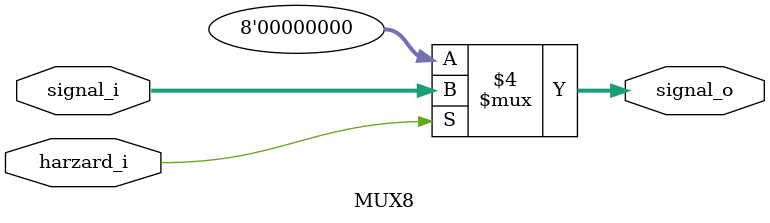
<source format=v>
module MUX8
(
	harzard_i,
	signal_i,
	signal_o
);

input [7:0] signal_i;
input harzard_i;
output [7:0] signal_o;
reg [7:0] signal_o;

always@(*) begin
	if(!harzard_i) begin
		signal_o = 8'd0;
	end
	else begin
		signal_o = signal_i;
	end
end

endmodule

</source>
